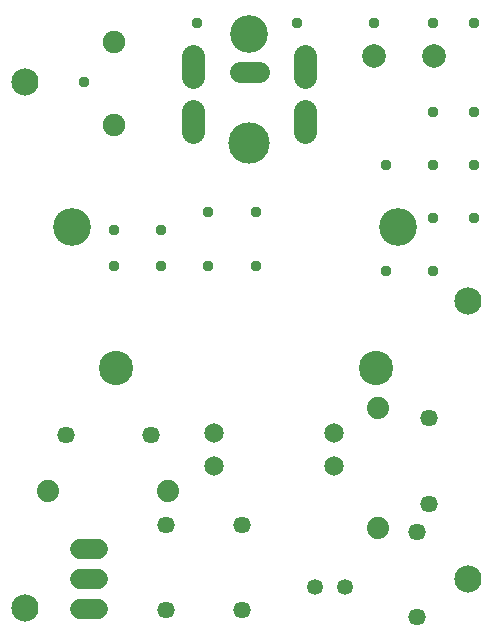
<source format=gbr>
G04 EAGLE Gerber RS-274X export*
G75*
%MOMM*%
%FSLAX34Y34*%
%LPD*%
%INSoldermask Bottom*%
%IPPOS*%
%AMOC8*
5,1,8,0,0,1.08239X$1,22.5*%
G01*
%ADD10C,1.879600*%
%ADD11C,1.351200*%
%ADD12C,1.657100*%
%ADD13C,2.003200*%
%ADD14C,1.463200*%
%ADD15C,1.727200*%
%ADD16C,1.903200*%
%ADD17C,2.903200*%
%ADD18C,3.203200*%
%ADD19C,1.953200*%
%ADD20C,1.803200*%
%ADD21C,3.503200*%
%ADD22C,2.303200*%
%ADD23C,0.959600*%


D10*
X54000Y133900D03*
X155600Y133900D03*
X333900Y204000D03*
X333900Y102400D03*
D11*
X305600Y52800D03*
X280600Y52800D03*
D12*
X194700Y183450D03*
X194700Y155550D03*
X296300Y155550D03*
X296300Y183450D03*
D13*
X330600Y502500D03*
X381400Y502500D03*
D14*
X154300Y33250D03*
X154300Y105650D03*
X218100Y33250D03*
X218100Y105650D03*
X376900Y195650D03*
X376900Y123250D03*
X366900Y99750D03*
X366900Y27350D03*
X69300Y181900D03*
X141700Y181900D03*
D15*
X96520Y34100D02*
X81280Y34100D01*
X81280Y59500D02*
X96520Y59500D01*
X96520Y84900D02*
X81280Y84900D01*
D16*
X109900Y514100D03*
X109900Y444100D03*
D17*
X332100Y238000D03*
X112100Y238000D03*
D18*
X350100Y358000D03*
X74100Y358000D03*
D19*
X177000Y437950D02*
X177000Y455450D01*
X272000Y484950D02*
X272000Y502450D01*
X272000Y455450D02*
X272000Y437950D01*
D20*
X232500Y488700D02*
X216500Y488700D01*
D21*
X224500Y428700D03*
D19*
X177000Y484950D02*
X177000Y502450D01*
D18*
X224500Y521200D03*
D22*
X35000Y35000D03*
X410000Y60000D03*
X35000Y480000D03*
X410000Y295000D03*
D23*
X85000Y480000D03*
X180000Y530000D03*
X265000Y530000D03*
X330000Y530000D03*
X230000Y370000D03*
X190000Y370000D03*
X230000Y325000D03*
X190000Y325000D03*
X150000Y355000D03*
X150000Y325000D03*
X110000Y355000D03*
X110000Y325000D03*
X380000Y455000D03*
X380000Y410000D03*
X380000Y365000D03*
X380000Y320000D03*
X340000Y320000D03*
X340000Y410000D03*
X380000Y530000D03*
X415000Y530000D03*
X415000Y455000D03*
X415000Y410000D03*
X415000Y365000D03*
M02*

</source>
